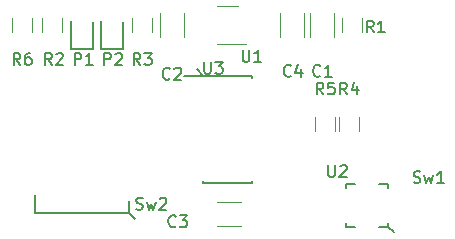
<source format=gbr>
G04 #@! TF.GenerationSoftware,KiCad,Pcbnew,(5.0.2)-1*
G04 #@! TF.CreationDate,2019-01-05T19:06:30+01:00*
G04 #@! TF.ProjectId,DrumMetter,4472756d-4d65-4747-9465-722e6b696361,01*
G04 #@! TF.SameCoordinates,Original*
G04 #@! TF.FileFunction,Legend,Top*
G04 #@! TF.FilePolarity,Positive*
%FSLAX46Y46*%
G04 Gerber Fmt 4.6, Leading zero omitted, Abs format (unit mm)*
G04 Created by KiCad (PCBNEW (5.0.2)-1) date 05.01.2019 19:06:30*
%MOMM*%
%LPD*%
G01*
G04 APERTURE LIST*
%ADD10C,0.150000*%
%ADD11C,0.120000*%
G04 APERTURE END LIST*
D10*
G04 #@! TO.C,U2*
X172820000Y-94390000D02*
X173320000Y-94890000D01*
X172820000Y-94390000D02*
X172820000Y-94090000D01*
X172020000Y-94390000D02*
X172820000Y-94390000D01*
X169220000Y-94390000D02*
X170020000Y-94390000D01*
X169220000Y-94090000D02*
X169220000Y-94390000D01*
X172820000Y-91090000D02*
X172820000Y-90790000D01*
X172820000Y-90790000D02*
X172020000Y-90790000D01*
X169220000Y-90790000D02*
X170020000Y-90790000D01*
X169220000Y-91090000D02*
X169220000Y-90790000D01*
G04 #@! TO.C,Sw2*
X150890000Y-93240000D02*
X151390000Y-93740000D01*
X150890000Y-92240000D02*
X150890000Y-93240000D01*
X150890000Y-93240000D02*
X142890000Y-93240000D01*
X142890000Y-93240000D02*
X142890000Y-91740000D01*
D11*
G04 #@! TO.C,R1*
X170630000Y-76750000D02*
X170630000Y-77950000D01*
X168870000Y-77950000D02*
X168870000Y-76750000D01*
G04 #@! TO.C,R2*
X145230000Y-76750000D02*
X145230000Y-77950000D01*
X143470000Y-77950000D02*
X143470000Y-76750000D01*
G04 #@! TO.C,R3*
X152850000Y-76750000D02*
X152850000Y-77950000D01*
X151090000Y-77950000D02*
X151090000Y-76750000D01*
G04 #@! TO.C,R4*
X168344000Y-85132000D02*
X168344000Y-86332000D01*
X166584000Y-86332000D02*
X166584000Y-85132000D01*
G04 #@! TO.C,R5*
X168616000Y-86332000D02*
X168616000Y-85132000D01*
X170376000Y-85132000D02*
X170376000Y-86332000D01*
G04 #@! TO.C,R6*
X140930000Y-77950000D02*
X140930000Y-76750000D01*
X142690000Y-76750000D02*
X142690000Y-77950000D01*
G04 #@! TO.C,U1*
X158309000Y-78960000D02*
X160759000Y-78960000D01*
X160109000Y-75740000D02*
X158309000Y-75740000D01*
D10*
G04 #@! TO.C,U3*
X157134000Y-90690000D02*
X161284000Y-90690000D01*
X157134000Y-90690000D02*
X157134000Y-90575000D01*
X161284000Y-90690000D02*
X161284000Y-90575000D01*
X161309000Y-81640000D02*
X157109000Y-81640000D01*
X161309000Y-81840000D02*
X161309000Y-81640000D01*
X157109000Y-81640000D02*
X156609000Y-81040000D01*
X157109000Y-81640000D02*
X155509000Y-81640000D01*
G04 #@! TO.C,P1*
X145990000Y-79350000D02*
X145990000Y-77000000D01*
X147790000Y-79350000D02*
X147790000Y-77050000D01*
X147790000Y-77450000D02*
X147790000Y-77400000D01*
X145990000Y-79350000D02*
X147790000Y-79350000D01*
G04 #@! TO.C,P2*
X148530000Y-79350000D02*
X148530000Y-77000000D01*
X150330000Y-79350000D02*
X150330000Y-77050000D01*
X150330000Y-77450000D02*
X150330000Y-77400000D01*
X148530000Y-79350000D02*
X150330000Y-79350000D01*
D11*
G04 #@! TO.C,C4*
X165690000Y-78350000D02*
X165690000Y-76350000D01*
X163650000Y-76350000D02*
X163650000Y-78350000D01*
G04 #@! TO.C,C1*
X168230000Y-78350000D02*
X168230000Y-76350000D01*
X166190000Y-76350000D02*
X166190000Y-78350000D01*
G04 #@! TO.C,C2*
X153490000Y-76350000D02*
X153490000Y-78350000D01*
X155530000Y-78350000D02*
X155530000Y-76350000D01*
G04 #@! TO.C,C3*
X160336000Y-92332000D02*
X158336000Y-92332000D01*
X158336000Y-94372000D02*
X160336000Y-94372000D01*
G04 #@! TO.C,U2*
D10*
X167737760Y-89202140D02*
X167737760Y-90012020D01*
X167785400Y-90107300D01*
X167833040Y-90154940D01*
X167928320Y-90202580D01*
X168118880Y-90202580D01*
X168214160Y-90154940D01*
X168261800Y-90107300D01*
X168309440Y-90012020D01*
X168309440Y-89202140D01*
X168738200Y-89297420D02*
X168785840Y-89249780D01*
X168881120Y-89202140D01*
X169119320Y-89202140D01*
X169214600Y-89249780D01*
X169262240Y-89297420D01*
X169309880Y-89392700D01*
X169309880Y-89487980D01*
X169262240Y-89630900D01*
X168690560Y-90202580D01*
X169309880Y-90202580D01*
G04 #@! TO.C,Sw2*
X151464285Y-92904761D02*
X151607142Y-92952380D01*
X151845238Y-92952380D01*
X151940476Y-92904761D01*
X151988095Y-92857142D01*
X152035714Y-92761904D01*
X152035714Y-92666666D01*
X151988095Y-92571428D01*
X151940476Y-92523809D01*
X151845238Y-92476190D01*
X151654761Y-92428571D01*
X151559523Y-92380952D01*
X151511904Y-92333333D01*
X151464285Y-92238095D01*
X151464285Y-92142857D01*
X151511904Y-92047619D01*
X151559523Y-92000000D01*
X151654761Y-91952380D01*
X151892857Y-91952380D01*
X152035714Y-92000000D01*
X152369047Y-92285714D02*
X152559523Y-92952380D01*
X152750000Y-92476190D01*
X152940476Y-92952380D01*
X153130952Y-92285714D01*
X153464285Y-92047619D02*
X153511904Y-92000000D01*
X153607142Y-91952380D01*
X153845238Y-91952380D01*
X153940476Y-92000000D01*
X153988095Y-92047619D01*
X154035714Y-92142857D01*
X154035714Y-92238095D01*
X153988095Y-92380952D01*
X153416666Y-92952380D01*
X154035714Y-92952380D01*
G04 #@! TO.C,R1*
X171583333Y-77952380D02*
X171250000Y-77476190D01*
X171011904Y-77952380D02*
X171011904Y-76952380D01*
X171392857Y-76952380D01*
X171488095Y-77000000D01*
X171535714Y-77047619D01*
X171583333Y-77142857D01*
X171583333Y-77285714D01*
X171535714Y-77380952D01*
X171488095Y-77428571D01*
X171392857Y-77476190D01*
X171011904Y-77476190D01*
X172535714Y-77952380D02*
X171964285Y-77952380D01*
X172250000Y-77952380D02*
X172250000Y-76952380D01*
X172154761Y-77095238D01*
X172059523Y-77190476D01*
X171964285Y-77238095D01*
G04 #@! TO.C,R2*
X144333333Y-80702380D02*
X144000000Y-80226190D01*
X143761904Y-80702380D02*
X143761904Y-79702380D01*
X144142857Y-79702380D01*
X144238095Y-79750000D01*
X144285714Y-79797619D01*
X144333333Y-79892857D01*
X144333333Y-80035714D01*
X144285714Y-80130952D01*
X144238095Y-80178571D01*
X144142857Y-80226190D01*
X143761904Y-80226190D01*
X144714285Y-79797619D02*
X144761904Y-79750000D01*
X144857142Y-79702380D01*
X145095238Y-79702380D01*
X145190476Y-79750000D01*
X145238095Y-79797619D01*
X145285714Y-79892857D01*
X145285714Y-79988095D01*
X145238095Y-80130952D01*
X144666666Y-80702380D01*
X145285714Y-80702380D01*
G04 #@! TO.C,R3*
X151833333Y-80702380D02*
X151500000Y-80226190D01*
X151261904Y-80702380D02*
X151261904Y-79702380D01*
X151642857Y-79702380D01*
X151738095Y-79750000D01*
X151785714Y-79797619D01*
X151833333Y-79892857D01*
X151833333Y-80035714D01*
X151785714Y-80130952D01*
X151738095Y-80178571D01*
X151642857Y-80226190D01*
X151261904Y-80226190D01*
X152166666Y-79702380D02*
X152785714Y-79702380D01*
X152452380Y-80083333D01*
X152595238Y-80083333D01*
X152690476Y-80130952D01*
X152738095Y-80178571D01*
X152785714Y-80273809D01*
X152785714Y-80511904D01*
X152738095Y-80607142D01*
X152690476Y-80654761D01*
X152595238Y-80702380D01*
X152309523Y-80702380D01*
X152214285Y-80654761D01*
X152166666Y-80607142D01*
G04 #@! TO.C,R4*
X169333333Y-83202380D02*
X169000000Y-82726190D01*
X168761904Y-83202380D02*
X168761904Y-82202380D01*
X169142857Y-82202380D01*
X169238095Y-82250000D01*
X169285714Y-82297619D01*
X169333333Y-82392857D01*
X169333333Y-82535714D01*
X169285714Y-82630952D01*
X169238095Y-82678571D01*
X169142857Y-82726190D01*
X168761904Y-82726190D01*
X170190476Y-82535714D02*
X170190476Y-83202380D01*
X169952380Y-82154761D02*
X169714285Y-82869047D01*
X170333333Y-82869047D01*
G04 #@! TO.C,R5*
X167333333Y-83202380D02*
X167000000Y-82726190D01*
X166761904Y-83202380D02*
X166761904Y-82202380D01*
X167142857Y-82202380D01*
X167238095Y-82250000D01*
X167285714Y-82297619D01*
X167333333Y-82392857D01*
X167333333Y-82535714D01*
X167285714Y-82630952D01*
X167238095Y-82678571D01*
X167142857Y-82726190D01*
X166761904Y-82726190D01*
X168238095Y-82202380D02*
X167761904Y-82202380D01*
X167714285Y-82678571D01*
X167761904Y-82630952D01*
X167857142Y-82583333D01*
X168095238Y-82583333D01*
X168190476Y-82630952D01*
X168238095Y-82678571D01*
X168285714Y-82773809D01*
X168285714Y-83011904D01*
X168238095Y-83107142D01*
X168190476Y-83154761D01*
X168095238Y-83202380D01*
X167857142Y-83202380D01*
X167761904Y-83154761D01*
X167714285Y-83107142D01*
G04 #@! TO.C,R6*
X141668733Y-80697980D02*
X141335400Y-80221790D01*
X141097304Y-80697980D02*
X141097304Y-79697980D01*
X141478257Y-79697980D01*
X141573495Y-79745600D01*
X141621114Y-79793219D01*
X141668733Y-79888457D01*
X141668733Y-80031314D01*
X141621114Y-80126552D01*
X141573495Y-80174171D01*
X141478257Y-80221790D01*
X141097304Y-80221790D01*
X142525876Y-79697980D02*
X142335400Y-79697980D01*
X142240161Y-79745600D01*
X142192542Y-79793219D01*
X142097304Y-79936076D01*
X142049685Y-80126552D01*
X142049685Y-80507504D01*
X142097304Y-80602742D01*
X142144923Y-80650361D01*
X142240161Y-80697980D01*
X142430638Y-80697980D01*
X142525876Y-80650361D01*
X142573495Y-80602742D01*
X142621114Y-80507504D01*
X142621114Y-80269409D01*
X142573495Y-80174171D01*
X142525876Y-80126552D01*
X142430638Y-80078933D01*
X142240161Y-80078933D01*
X142144923Y-80126552D01*
X142097304Y-80174171D01*
X142049685Y-80269409D01*
G04 #@! TO.C,Sw1*
X174964285Y-90654761D02*
X175107142Y-90702380D01*
X175345238Y-90702380D01*
X175440476Y-90654761D01*
X175488095Y-90607142D01*
X175535714Y-90511904D01*
X175535714Y-90416666D01*
X175488095Y-90321428D01*
X175440476Y-90273809D01*
X175345238Y-90226190D01*
X175154761Y-90178571D01*
X175059523Y-90130952D01*
X175011904Y-90083333D01*
X174964285Y-89988095D01*
X174964285Y-89892857D01*
X175011904Y-89797619D01*
X175059523Y-89750000D01*
X175154761Y-89702380D01*
X175392857Y-89702380D01*
X175535714Y-89750000D01*
X175869047Y-90035714D02*
X176059523Y-90702380D01*
X176250000Y-90226190D01*
X176440476Y-90702380D01*
X176630952Y-90035714D01*
X177535714Y-90702380D02*
X176964285Y-90702380D01*
X177250000Y-90702380D02*
X177250000Y-89702380D01*
X177154761Y-89845238D01*
X177059523Y-89940476D01*
X176964285Y-89988095D01*
G04 #@! TO.C,U1*
X160488095Y-79452380D02*
X160488095Y-80261904D01*
X160535714Y-80357142D01*
X160583333Y-80404761D01*
X160678571Y-80452380D01*
X160869047Y-80452380D01*
X160964285Y-80404761D01*
X161011904Y-80357142D01*
X161059523Y-80261904D01*
X161059523Y-79452380D01*
X162059523Y-80452380D02*
X161488095Y-80452380D01*
X161773809Y-80452380D02*
X161773809Y-79452380D01*
X161678571Y-79595238D01*
X161583333Y-79690476D01*
X161488095Y-79738095D01*
G04 #@! TO.C,U3*
X157238095Y-80452380D02*
X157238095Y-81261904D01*
X157285714Y-81357142D01*
X157333333Y-81404761D01*
X157428571Y-81452380D01*
X157619047Y-81452380D01*
X157714285Y-81404761D01*
X157761904Y-81357142D01*
X157809523Y-81261904D01*
X157809523Y-80452380D01*
X158190476Y-80452380D02*
X158809523Y-80452380D01*
X158476190Y-80833333D01*
X158619047Y-80833333D01*
X158714285Y-80880952D01*
X158761904Y-80928571D01*
X158809523Y-81023809D01*
X158809523Y-81261904D01*
X158761904Y-81357142D01*
X158714285Y-81404761D01*
X158619047Y-81452380D01*
X158333333Y-81452380D01*
X158238095Y-81404761D01*
X158190476Y-81357142D01*
G04 #@! TO.C,P1*
X146261904Y-80702380D02*
X146261904Y-79702380D01*
X146642857Y-79702380D01*
X146738095Y-79750000D01*
X146785714Y-79797619D01*
X146833333Y-79892857D01*
X146833333Y-80035714D01*
X146785714Y-80130952D01*
X146738095Y-80178571D01*
X146642857Y-80226190D01*
X146261904Y-80226190D01*
X147785714Y-80702380D02*
X147214285Y-80702380D01*
X147500000Y-80702380D02*
X147500000Y-79702380D01*
X147404761Y-79845238D01*
X147309523Y-79940476D01*
X147214285Y-79988095D01*
G04 #@! TO.C,P2*
X148761904Y-80702380D02*
X148761904Y-79702380D01*
X149142857Y-79702380D01*
X149238095Y-79750000D01*
X149285714Y-79797619D01*
X149333333Y-79892857D01*
X149333333Y-80035714D01*
X149285714Y-80130952D01*
X149238095Y-80178571D01*
X149142857Y-80226190D01*
X148761904Y-80226190D01*
X149714285Y-79797619D02*
X149761904Y-79750000D01*
X149857142Y-79702380D01*
X150095238Y-79702380D01*
X150190476Y-79750000D01*
X150238095Y-79797619D01*
X150285714Y-79892857D01*
X150285714Y-79988095D01*
X150238095Y-80130952D01*
X149666666Y-80702380D01*
X150285714Y-80702380D01*
G04 #@! TO.C,C4*
X164583333Y-81607142D02*
X164535714Y-81654761D01*
X164392857Y-81702380D01*
X164297619Y-81702380D01*
X164154761Y-81654761D01*
X164059523Y-81559523D01*
X164011904Y-81464285D01*
X163964285Y-81273809D01*
X163964285Y-81130952D01*
X164011904Y-80940476D01*
X164059523Y-80845238D01*
X164154761Y-80750000D01*
X164297619Y-80702380D01*
X164392857Y-80702380D01*
X164535714Y-80750000D01*
X164583333Y-80797619D01*
X165440476Y-81035714D02*
X165440476Y-81702380D01*
X165202380Y-80654761D02*
X164964285Y-81369047D01*
X165583333Y-81369047D01*
G04 #@! TO.C,C1*
X167083333Y-81607142D02*
X167035714Y-81654761D01*
X166892857Y-81702380D01*
X166797619Y-81702380D01*
X166654761Y-81654761D01*
X166559523Y-81559523D01*
X166511904Y-81464285D01*
X166464285Y-81273809D01*
X166464285Y-81130952D01*
X166511904Y-80940476D01*
X166559523Y-80845238D01*
X166654761Y-80750000D01*
X166797619Y-80702380D01*
X166892857Y-80702380D01*
X167035714Y-80750000D01*
X167083333Y-80797619D01*
X168035714Y-81702380D02*
X167464285Y-81702380D01*
X167750000Y-81702380D02*
X167750000Y-80702380D01*
X167654761Y-80845238D01*
X167559523Y-80940476D01*
X167464285Y-80988095D01*
G04 #@! TO.C,C2*
X154333333Y-81857142D02*
X154285714Y-81904761D01*
X154142857Y-81952380D01*
X154047619Y-81952380D01*
X153904761Y-81904761D01*
X153809523Y-81809523D01*
X153761904Y-81714285D01*
X153714285Y-81523809D01*
X153714285Y-81380952D01*
X153761904Y-81190476D01*
X153809523Y-81095238D01*
X153904761Y-81000000D01*
X154047619Y-80952380D01*
X154142857Y-80952380D01*
X154285714Y-81000000D01*
X154333333Y-81047619D01*
X154714285Y-81047619D02*
X154761904Y-81000000D01*
X154857142Y-80952380D01*
X155095238Y-80952380D01*
X155190476Y-81000000D01*
X155238095Y-81047619D01*
X155285714Y-81142857D01*
X155285714Y-81238095D01*
X155238095Y-81380952D01*
X154666666Y-81952380D01*
X155285714Y-81952380D01*
G04 #@! TO.C,C3*
X154833333Y-94357142D02*
X154785714Y-94404761D01*
X154642857Y-94452380D01*
X154547619Y-94452380D01*
X154404761Y-94404761D01*
X154309523Y-94309523D01*
X154261904Y-94214285D01*
X154214285Y-94023809D01*
X154214285Y-93880952D01*
X154261904Y-93690476D01*
X154309523Y-93595238D01*
X154404761Y-93500000D01*
X154547619Y-93452380D01*
X154642857Y-93452380D01*
X154785714Y-93500000D01*
X154833333Y-93547619D01*
X155166666Y-93452380D02*
X155785714Y-93452380D01*
X155452380Y-93833333D01*
X155595238Y-93833333D01*
X155690476Y-93880952D01*
X155738095Y-93928571D01*
X155785714Y-94023809D01*
X155785714Y-94261904D01*
X155738095Y-94357142D01*
X155690476Y-94404761D01*
X155595238Y-94452380D01*
X155309523Y-94452380D01*
X155214285Y-94404761D01*
X155166666Y-94357142D01*
G04 #@! TD*
M02*

</source>
